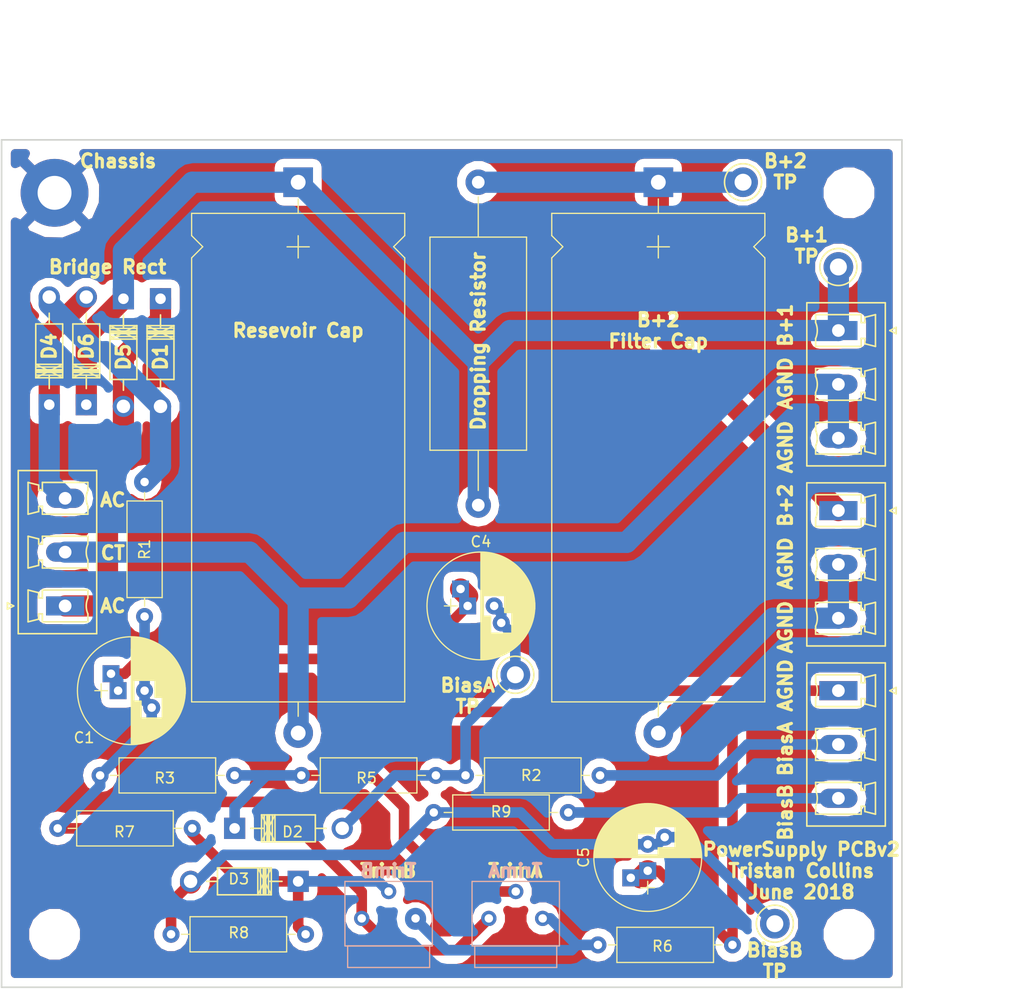
<source format=kicad_pcb>
(kicad_pcb (version 4) (host pcbnew 4.0.7)
  (layers (0 F.Cu signal) (31 B.Cu signal) (34 B.Paste user) (35 F.Paste user) (36 B.SilkS user) (37 F.SilkS user) (38 B.Mask user) (39 F.Mask user) (44 Edge.Cuts user))
  (net 0 "")
  (net 1 "Net-(C1-Pad2)")
  (net 2 BiasA)
  (net 3 BiasB)
  (net 4 "Net-(D1-Pad2)")
  (net 5 "Net-(D2-Pad1)")
  (net 6 "Net-(D3-Pad1)")
  (net 7 "Net-(R6-Pad2)")
  (net 8 "Net-(D1-Pad1)")
  (net 9 /B+1)
  (net 10 /B+2)
  (net 11 "Net-(C3-Pad2)")
  (net 12 "Net-(C1-Pad1)")
  (net 13 "Net-(C2-Pad2)")
  (net 14 GND)
  (net 15 "Net-(D4-Pad1)")
  (net 16 "Net-(C4-Pad2)")
  (net 17 "Net-(C5-Pad2)")
  (module Connectors_Phoenix:PhoenixContact_MCV-G_03x5.08mm_Vertical (layer F.Cu) (at 129 70 270)
    (fp_text reference J5 hide)
    (fp_text value Screw_Terminal_1x03)
    (pad 1 thru_hole rect (at 0 0 270) (size 1.8 3.6) (drill 1.2) (layers *.Cu *.Mask) (net 10 /B+2))
    (pad 2 thru_hole oval (at 5.08 0 270) (size 1.8 3.6) (drill 1.2) (layers *.Cu *.Mask) (net 11 "Net-(C3-Pad2)"))
    (pad 3 thru_hole oval (at 10.16 0 270) (size 1.8 3.6) (drill 1.2) (layers *.Cu *.Mask) (net 11 "Net-(C3-Pad2)"))
  )
  (module Capacitors_THT:CP_Radial_D10.0mm_P2.50mm_P5.00mm (layer F.Cu) (at 61 87)
    (fp_text reference C1 (at -3.215 4.44) (layer F.SilkS))
    (fp_text value CP)
    (pad 1 thru_hole rect (at 0 0) (size 1.6 1.6) (drill 0.8) (layers *.Cu *.Mask) (net 12 "Net-(C1-Pad1)"))
    (pad 2 thru_hole circle (at 2.5 0) (size 1.6 1.6) (drill 0.8) (layers *.Cu *.Mask) (net 1 "Net-(C1-Pad2)"))
    (pad 1 thru_hole rect (at -0.670937 -1.6) (size 1.6 1.6) (drill 0.8) (layers *.Cu *.Mask) (net 12 "Net-(C1-Pad1)"))
    (pad 2 thru_hole circle (at 3.170937 1.6) (size 1.6 1.6) (drill 0.8) (layers *.Cu *.Mask) (net 1 "Net-(C1-Pad2)"))
  )
  (module Resistors_THT:R_Axial_DIN0309_L9.0mm_D3.2mm_P12.70mm_Horizontal (layer F.Cu) (at 72 95 180)
    (fp_text reference R3 (at 6.595 -0.25 180) (layer F.SilkS))
    (fp_text value R)
    (pad 1 thru_hole circle (at 0 0 180) (size 1.6 1.6) (drill 0.8) (layers *.Cu *.Mask) (net 5 "Net-(D2-Pad1)"))
    (pad 2 thru_hole oval (at 12.7 0 180) (size 1.6 1.6) (drill 0.8) (layers *.Cu *.Mask) (net 1 "Net-(C1-Pad2)"))
  )
  (module Capacitors_THT:CP_Radial_D10.0mm_P2.50mm_P5.00mm (layer F.Cu) (at 94 79)
    (fp_text reference C4 (at 1.25 -6.06) (layer F.SilkS))
    (fp_text value CP)
    (pad 1 thru_hole rect (at 0 0) (size 1.6 1.6) (drill 0.8) (layers *.Cu *.Mask) (net 12 "Net-(C1-Pad1)"))
    (pad 2 thru_hole circle (at 2.5 0) (size 1.6 1.6) (drill 0.8) (layers *.Cu *.Mask) (net 16 "Net-(C4-Pad2)"))
    (pad 1 thru_hole rect (at -0.670937 -1.6) (size 1.6 1.6) (drill 0.8) (layers *.Cu *.Mask) (net 12 "Net-(C1-Pad1)"))
    (pad 2 thru_hole circle (at 3.170937 1.6) (size 1.6 1.6) (drill 0.8) (layers *.Cu *.Mask) (net 16 "Net-(C4-Pad2)"))
  )
  (module Capacitors_THT:CP_Radial_D10.0mm_P2.50mm_P5.00mm (layer F.Cu) (at 111 104 90)
    (fp_text reference C5 (at 1.25 -6.06 90) (layer F.SilkS))
    (fp_text value CP)
    (pad 1 thru_hole rect (at 0 0 90) (size 1.6 1.6) (drill 0.8) (layers *.Cu *.Mask) (net 12 "Net-(C1-Pad1)"))
    (pad 2 thru_hole circle (at 2.5 0 90) (size 1.6 1.6) (drill 0.8) (layers *.Cu *.Mask) (net 17 "Net-(C5-Pad2)"))
    (pad 1 thru_hole rect (at -0.670937 -1.6 90) (size 1.6 1.6) (drill 0.8) (layers *.Cu *.Mask) (net 12 "Net-(C1-Pad1)"))
    (pad 2 thru_hole circle (at 3.170937 1.6 90) (size 1.6 1.6) (drill 0.8) (layers *.Cu *.Mask) (net 17 "Net-(C5-Pad2)"))
  )
  (module Diodes_THT:Diode_DO-41_SOD81_Horizontal_RM10 (layer F.Cu) (at 72 100)
    (fp_text reference D2 (at 5.47 0.33) (layer F.SilkS))
    (fp_text value D)
    (pad 2 thru_hole circle (at 10.16 -0.00254 180) (size 1.99898 1.99898) (drill 1.27) (layers *.Cu *.Mask) (net 16 "Net-(C4-Pad2)"))
    (pad 1 thru_hole rect (at 0 -0.00254 180) (size 1.99898 1.99898) (drill 1.00076) (layers *.Cu *.Mask) (net 5 "Net-(D2-Pad1)"))
  )
  (module Diodes_THT:Diode_DO-41_SOD81_Horizontal_RM10 (layer F.Cu) (at 78 105 180)
    (fp_text reference D3 (at 5.61 0.225 180) (layer F.SilkS))
    (fp_text value D)
    (pad 2 thru_hole circle (at 10.16 -0.00254) (size 1.99898 1.99898) (drill 1.27) (layers *.Cu *.Mask) (net 17 "Net-(C5-Pad2)"))
    (pad 1 thru_hole rect (at 0 -0.00254) (size 1.99898 1.99898) (drill 1.00076) (layers *.Cu *.Mask) (net 6 "Net-(D3-Pad1)"))
  )
  (module Connectors_Phoenix:PhoenixContact_MCV-G_03x5.08mm_Vertical (layer F.Cu) (at 56 79 90)
    (fp_text reference J1 hide)
    (fp_text value Screw_Terminal_1x03)
    (pad 1 thru_hole rect (at 0 0 90) (size 1.8 3.6) (drill 1.2) (layers *.Cu *.Mask) (net 8 "Net-(D1-Pad1)"))
    (pad 2 thru_hole oval (at 5.08 0 90) (size 1.8 3.6) (drill 1.2) (layers *.Cu *.Mask) (net 13 "Net-(C2-Pad2)"))
    (pad 3 thru_hole oval (at 10.16 0 90) (size 1.8 3.6) (drill 1.2) (layers *.Cu *.Mask) (net 15 "Net-(D4-Pad1)"))
  )
  (module Potentiometers:Potentiometer_Trimmer_Bourns_3339S_Vertical (layer B.Cu) (at 96 108.5 270)
    (fp_text reference RV1 hide)
    (fp_text value POT_TRIM)
    (pad 3 thru_hole circle (at 0 -5.08 270) (size 1.44 1.44) (drill 0.8) (layers *.Cu *.Mask) (net 7 "Net-(R6-Pad2)"))
    (pad 2 thru_hole circle (at -2.54 -2.54 270) (size 1.44 1.44) (drill 0.8) (layers *.Cu *.Mask) (net 5 "Net-(D2-Pad1)"))
    (pad 1 thru_hole circle (at 0 0 270) (size 1.44 1.44) (drill 0.8) (layers *.Cu *.Mask) (net 1 "Net-(C1-Pad2)"))
  )
  (module Potentiometers:Potentiometer_Trimmer_Bourns_3339S_Vertical (layer B.Cu) (at 84 108.5 270)
    (fp_text reference RV2 hide)
    (fp_text value POT_TRIM)
    (pad 3 thru_hole circle (at 0 -5.08 270) (size 1.44 1.44) (drill 0.8) (layers *.Cu *.Mask) (net 7 "Net-(R6-Pad2)"))
    (pad 2 thru_hole circle (at -2.54 -2.54 270) (size 1.44 1.44) (drill 0.8) (layers *.Cu *.Mask) (net 6 "Net-(D3-Pad1)"))
    (pad 1 thru_hole circle (at 0 0 270) (size 1.44 1.44) (drill 0.8) (layers *.Cu *.Mask) (net 1 "Net-(C1-Pad2)"))
  )
  (module Mounting_Holes:MountingHole_3.2mm_M3_Pad (layer F.Cu) (at 55 40)
    (fp_text reference J4 hide)
    (fp_text value Screw_Terminal_1x01)
    (pad 1 thru_hole circle (at 0 0) (size 6.4 6.4) (drill 3.2) (layers *.Cu *.Mask) (net 14 GND))
  )
  (module Connectors_Phoenix:PhoenixContact_MCV-G_03x5.08mm_Vertical (layer F.Cu) (at 129 53 270)
    (fp_text reference J2 hide)
    (fp_text value Screw_Terminal_1x03)
    (pad 1 thru_hole rect (at 0 0 270) (size 1.8 3.6) (drill 1.2) (layers *.Cu *.Mask) (net 9 /B+1))
    (pad 2 thru_hole oval (at 5.08 0 270) (size 1.8 3.6) (drill 1.2) (layers *.Cu *.Mask) (net 13 "Net-(C2-Pad2)"))
    (pad 3 thru_hole oval (at 10.16 0 270) (size 1.8 3.6) (drill 1.2) (layers *.Cu *.Mask) (net 13 "Net-(C2-Pad2)"))
  )
  (module Connectors_Phoenix:PhoenixContact_MCV-G_03x5.08mm_Vertical (layer F.Cu) (at 129 87 270)
    (fp_text reference J3 hide)
    (fp_text value Screw_Terminal_1x03)
    (pad 1 thru_hole rect (at 0 0 270) (size 1.8 3.6) (drill 1.2) (layers *.Cu *.Mask) (net 12 "Net-(C1-Pad1)"))
    (pad 2 thru_hole oval (at 5.08 0 270) (size 1.8 3.6) (drill 1.2) (layers *.Cu *.Mask) (net 2 BiasA))
    (pad 3 thru_hole oval (at 10.16 0 270) (size 1.8 3.6) (drill 1.2) (layers *.Cu *.Mask) (net 3 BiasB))
  )
  (module Capacitors_THT:CP_Axial_L46.0mm_D20.0mm_P52.00mm_Horizontal (layer F.Cu) (at 78 39 270)
    (fp_text reference C2 hide)
    (fp_text value CP)
    (pad 1 thru_hole rect (at 0 0 270) (size 2.8 2.8) (drill 1.4) (layers *.Cu *.Mask) (net 9 /B+1))
    (pad 2 thru_hole oval (at 52 0 270) (size 2.8 2.8) (drill 1.4) (layers *.Cu *.Mask) (net 13 "Net-(C2-Pad2)"))
  )
  (module Capacitors_THT:CP_Axial_L46.0mm_D20.0mm_P52.00mm_Horizontal (layer F.Cu) (at 112 39 270)
    (fp_text reference C3 hide)
    (fp_text value CP)
    (pad 1 thru_hole rect (at 0 0 270) (size 2.8 2.8) (drill 1.4) (layers *.Cu *.Mask) (net 10 /B+2))
    (pad 2 thru_hole oval (at 52 0 270) (size 2.8 2.8) (drill 1.4) (layers *.Cu *.Mask) (net 11 "Net-(C3-Pad2)"))
  )
  (module Resistors_THT:R_Axial_DIN0309_L9.0mm_D3.2mm_P12.70mm_Horizontal (layer F.Cu) (at 63.5 80 90)
    (fp_text reference R1 (at 6.34 0 90) (layer F.SilkS))
    (fp_text value R)
    (pad 1 thru_hole circle (at 0 0 90) (size 1.6 1.6) (drill 0.8) (layers *.Cu *.Mask) (net 1 "Net-(C1-Pad2)"))
    (pad 2 thru_hole oval (at 12.7 0 90) (size 1.6 1.6) (drill 0.8) (layers *.Cu *.Mask) (net 4 "Net-(D1-Pad2)"))
  )
  (module Resistors_THT:R_Axial_DIN0309_L9.0mm_D3.2mm_P12.70mm_Horizontal (layer F.Cu) (at 91 95 180)
    (fp_text reference R5 (at 6.545 -0.25 180) (layer F.SilkS))
    (fp_text value R)
    (pad 1 thru_hole circle (at 0 0 180) (size 1.6 1.6) (drill 0.8) (layers *.Cu *.Mask) (net 16 "Net-(C4-Pad2)"))
    (pad 2 thru_hole oval (at 12.7 0 180) (size 1.6 1.6) (drill 0.8) (layers *.Cu *.Mask) (net 5 "Net-(D2-Pad1)"))
  )
  (module Resistors_THT:R_Axial_DIN0309_L9.0mm_D3.2mm_P12.70mm_Horizontal (layer F.Cu) (at 119 111 180)
    (fp_text reference R6 (at 6.605 -0.125 180) (layer F.SilkS))
    (fp_text value R)
    (pad 1 thru_hole circle (at 0 0 180) (size 1.6 1.6) (drill 0.8) (layers *.Cu *.Mask) (net 12 "Net-(C1-Pad1)"))
    (pad 2 thru_hole oval (at 12.7 0 180) (size 1.6 1.6) (drill 0.8) (layers *.Cu *.Mask) (net 7 "Net-(R6-Pad2)"))
  )
  (module Resistors_THT:R_Axial_DIN0309_L9.0mm_D3.2mm_P12.70mm_Horizontal (layer F.Cu) (at 68 100 180)
    (fp_text reference R7 (at 6.405 -0.33 180) (layer F.SilkS))
    (fp_text value R)
    (pad 1 thru_hole circle (at 0 0 180) (size 1.6 1.6) (drill 0.8) (layers *.Cu *.Mask) (net 6 "Net-(D3-Pad1)"))
    (pad 2 thru_hole oval (at 12.7 0 180) (size 1.6 1.6) (drill 0.8) (layers *.Cu *.Mask) (net 1 "Net-(C1-Pad2)"))
  )
  (module Resistors_THT:R_Axial_DIN0309_L9.0mm_D3.2mm_P12.70mm_Horizontal (layer F.Cu) (at 66 110)
    (fp_text reference R8 (at 6.39 -0.145) (layer F.SilkS))
    (fp_text value R)
    (pad 1 thru_hole circle (at 0 0) (size 1.6 1.6) (drill 0.8) (layers *.Cu *.Mask) (net 17 "Net-(C5-Pad2)"))
    (pad 2 thru_hole oval (at 12.7 0) (size 1.6 1.6) (drill 0.8) (layers *.Cu *.Mask) (net 6 "Net-(D3-Pad1)"))
  )
  (module Mounting_Holes:MountingHole_3.2mm_M3 (layer F.Cu) (at 130 40)
    (fp_text reference REF** hide)
    (fp_text value MountingHole_3.2mm_M3)
    (pad 1 np_thru_hole circle (at 0 0) (size 3.2 3.2) (drill 3.2) (layers *.Cu *.Mask))
  )
  (module Mounting_Holes:MountingHole_3.2mm_M3 (layer F.Cu) (at 130 110)
    (fp_text reference REF** hide)
    (fp_text value MountingHole_3.2mm_M3)
    (pad 1 np_thru_hole circle (at 0 0) (size 3.2 3.2) (drill 3.2) (layers *.Cu *.Mask))
  )
  (module Mounting_Holes:MountingHole_3.2mm_M3 (layer F.Cu) (at 55 110)
    (fp_text reference REF** hide)
    (fp_text value MountingHole_3.2mm_M3)
    (pad 1 np_thru_hole circle (at 0 0) (size 3.2 3.2) (drill 3.2) (layers *.Cu *.Mask))
  )
  (module Diodes_THT:Diode_DO-41_SOD81_Horizontal_RM10 (layer F.Cu) (at 65 50 270)
    (fp_text reference D1 hide)
    (fp_text value D)
    (pad 2 thru_hole circle (at 10.16 -0.00254 90) (size 1.99898 1.99898) (drill 1.27) (layers *.Cu *.Mask) (net 4 "Net-(D1-Pad2)"))
    (pad 1 thru_hole rect (at 0 -0.00254 90) (size 1.99898 1.99898) (drill 1.00076) (layers *.Cu *.Mask) (net 8 "Net-(D1-Pad1)"))
  )
  (module Diodes_THT:Diode_DO-41_SOD81_Horizontal_RM10 (layer F.Cu) (at 54.5 60 90)
    (fp_text reference D4 hide)
    (fp_text value D)
    (pad 2 thru_hole circle (at 10.16 -0.00254 270) (size 1.99898 1.99898) (drill 1.27) (layers *.Cu *.Mask) (net 4 "Net-(D1-Pad2)"))
    (pad 1 thru_hole rect (at 0 -0.00254 270) (size 1.99898 1.99898) (drill 1.00076) (layers *.Cu *.Mask) (net 15 "Net-(D4-Pad1)"))
  )
  (module Diodes_THT:Diode_DO-41_SOD81_Horizontal_RM10 (layer F.Cu) (at 61.5 50 270)
    (fp_text reference D5 hide)
    (fp_text value D)
    (pad 2 thru_hole circle (at 10.16 -0.00254 90) (size 1.99898 1.99898) (drill 1.27) (layers *.Cu *.Mask) (net 8 "Net-(D1-Pad1)"))
    (pad 1 thru_hole rect (at 0 -0.00254 90) (size 1.99898 1.99898) (drill 1.00076) (layers *.Cu *.Mask) (net 9 /B+1))
  )
  (module Diodes_THT:Diode_DO-41_SOD81_Horizontal_RM10 (layer F.Cu) (at 58 60 90)
    (fp_text reference D6 hide)
    (fp_text value D)
    (pad 2 thru_hole circle (at 10.16 -0.00254 270) (size 1.99898 1.99898) (drill 1.27) (layers *.Cu *.Mask) (net 15 "Net-(D4-Pad1)"))
    (pad 1 thru_hole rect (at 0 -0.00254 270) (size 1.99898 1.99898) (drill 1.00076) (layers *.Cu *.Mask) (net 9 /B+1))
  )
  (module Measurement_Points:Test_Point_Keystone_5005-5009_Compact (layer F.Cu) (at 129 47)
    (fp_text reference TP1 hide)
    (fp_text value TP)
    (pad 1 thru_hole circle (at 0 0) (size 2.8 2.8) (drill 1.6) (layers *.Cu *.Mask) (net 9 /B+1))
  )
  (module Measurement_Points:Test_Point_Keystone_5005-5009_Compact (layer F.Cu) (at 120 39)
    (fp_text reference TP2 hide)
    (fp_text value TP)
    (pad 1 thru_hole circle (at 0 0) (size 2.8 2.8) (drill 1.6) (layers *.Cu *.Mask) (net 10 /B+2))
  )
  (module Measurement_Points:Test_Point_Keystone_5005-5009_Compact (layer F.Cu) (at 98.5 85.5)
    (fp_text reference TP3 hide)
    (fp_text value TP)
    (pad 1 thru_hole circle (at 0 0) (size 2.8 2.8) (drill 1.6) (layers *.Cu *.Mask) (net 16 "Net-(C4-Pad2)"))
  )
  (module Measurement_Points:Test_Point_Keystone_5005-5009_Compact (layer F.Cu) (at 123 109)
    (fp_text reference TP4 hide)
    (fp_text value TP)
    (pad 1 thru_hole circle (at 0 0) (size 2.8 2.8) (drill 1.6) (layers *.Cu *.Mask) (net 17 "Net-(C5-Pad2)"))
  )
  (module Resistors_THT:R_Axial_DIN0922_L20.0mm_D9.0mm_P30.48mm_Horizontal (layer F.Cu) (at 95 39 270)
    (fp_text reference R4 hide)
    (fp_text value R)
    (pad 1 thru_hole circle (at 0 0 270) (size 2.4 2.4) (drill 1.2) (layers *.Cu *.Mask) (net 10 /B+2))
    (pad 2 thru_hole oval (at 30.48 0 270) (size 2.4 2.4) (drill 1.2) (layers *.Cu *.Mask) (net 9 /B+1))
  )
  (module Resistors_THT:R_Axial_DIN0309_L9.0mm_D3.2mm_P12.70mm_Horizontal (layer F.Cu) (at 106.5 95 180)
    (fp_text reference R2 (at 6.5 0 180) (layer F.SilkS))
    (fp_text value R)
    (pad 1 thru_hole circle (at 0 0 180) (size 1.6 1.6) (drill 0.8) (layers *.Cu *.Mask) (net 2 BiasA))
    (pad 2 thru_hole oval (at 12.7 0 180) (size 1.6 1.6) (drill 0.8) (layers *.Cu *.Mask) (net 16 "Net-(C4-Pad2)"))
  )
  (module Resistors_THT:R_Axial_DIN0309_L9.0mm_D3.2mm_P12.70mm_Horizontal (layer F.Cu) (at 103.5 98.5 180)
    (fp_text reference R9 (at 6.345 0.075 180) (layer F.SilkS))
    (fp_text value R)
    (pad 1 thru_hole circle (at 0 0 180) (size 1.6 1.6) (drill 0.8) (layers *.Cu *.Mask) (net 3 BiasB))
    (pad 2 thru_hole oval (at 12.7 0 180) (size 1.6 1.6) (drill 0.8) (layers *.Cu *.Mask) (net 17 "Net-(C5-Pad2)"))
  )
  (gr_text D6 (at 58 54.5 90) (layer F.SilkS) (effects (font (size 1.25 1.25) (thickness 0.3))))
  (gr_text D5 (at 61.5 55.5 90) (layer F.SilkS) (effects (font (size 1.25 1.25) (thickness 0.3))))
  (gr_text D1 (at 65 55.5 90) (layer F.SilkS) (effects (font (size 1.25 1.25) (thickness 0.3))))
  (gr_text D4 (at 54.5 54.5 90) (layer F.SilkS) (effects (font (size 1.25 1.25) (thickness 0.3))))
  (gr_text "PowerSupply PCBv2\nTristan Collins\nJune 2018" (at 125.5 104) (layer F.SilkS) (effects (font (size 1.25 1.25) (thickness 0.3))))
  (gr_text "BiasB\nTP" (at 123 112.5) (layer F.SilkS) (effects (font (size 1.25 1.25) (thickness 0.3))))
  (gr_text "BiasA\nTP" (at 94 87.5) (layer F.SilkS) (effects (font (size 1.25 1.25) (thickness 0.3))))
  (gr_text "B+2\nTP" (at 124 38) (layer F.SilkS) (effects (font (size 1.25 1.25) (thickness 0.3))))
  (gr_text "B+1\nTP" (at 126 45) (layer F.SilkS) (effects (font (size 1.25 1.25) (thickness 0.3))))
  (gr_line (start 50 115) (end 135 115) (angle 90) (layer Edge.Cuts) (width 0.15))
  (gr_line (start 50 35) (end 135 35) (angle 90) (layer Edge.Cuts) (width 0.15))
  (gr_line (start 50 115) (end 50 35) (angle 90) (layer Edge.Cuts) (width 0.15))
  (gr_text TrimA (at 98.5 104) (layer B.SilkS) (effects (font (size 1.25 1.25) (thickness 0.3)) (justify mirror)))
  (gr_text TrimB (at 86.5 104) (layer B.SilkS) (effects (font (size 1.25 1.25) (thickness 0.3)) (justify mirror)))
  (gr_text TrimA (at 98.5 104) (layer F.SilkS) (effects (font (size 1.25 1.25) (thickness 0.3))))
  (gr_text TrimB (at 86.5 104) (layer F.SilkS) (effects (font (size 1.25 1.25) (thickness 0.3))))
  (gr_text "Bridge Rect" (at 60 47) (layer F.SilkS) (effects (font (size 1.25 1.25) (thickness 0.3))))
  (gr_text BiasA (at 124 92.5 90) (layer F.SilkS) (effects (font (size 1.25 1.25) (thickness 0.3))))
  (gr_text BiasB (at 124 98.5 90) (layer F.SilkS) (effects (font (size 1.25 1.25) (thickness 0.3))))
  (gr_text AGND (at 124 86.5 90) (layer F.SilkS) (effects (font (size 1.25 1.25) (thickness 0.3))))
  (gr_text AGND (at 124 81 90) (layer F.SilkS) (effects (font (size 1.25 1.25) (thickness 0.3))))
  (gr_text AGND (at 124 75 90) (layer F.SilkS) (effects (font (size 1.25 1.25) (thickness 0.3))))
  (gr_text AGND (at 124 64 90) (layer F.SilkS) (effects (font (size 1.25 1.25) (thickness 0.3))))
  (gr_text AGND (at 124 58 90) (layer F.SilkS) (effects (font (size 1.25 1.25) (thickness 0.3))))
  (gr_text B+2 (at 124 69.5 90) (layer F.SilkS) (effects (font (size 1.25 1.25) (thickness 0.3))))
  (gr_text B+1 (at 124 52.5 90) (layer F.SilkS) (effects (font (size 1.25 1.25) (thickness 0.3))))
  (gr_text "Dropping Resistor" (at 95 54 90) (layer F.SilkS) (effects (font (size 1.25 1.25) (thickness 0.3))))
  (gr_text "B+2\nFilter Cap" (at 112 53) (layer F.SilkS) (effects (font (size 1.25 1.25) (thickness 0.3))))
  (gr_text "Resevoir Cap" (at 78 53) (layer F.SilkS) (effects (font (size 1.25 1.25) (thickness 0.3))))
  (gr_text AC (at 60.5 79) (layer F.SilkS) (effects (font (size 1.25 1.25) (thickness 0.3))))
  (gr_text AC (at 60.5 69) (layer F.SilkS) (effects (font (size 1.25 1.25) (thickness 0.3))))
  (gr_text CT (at 60.5 74) (layer F.SilkS) (effects (font (size 1.25 1.25) (thickness 0.3))))
  (gr_text Chassis (at 61 37) (layer F.SilkS) (effects (font (size 1.25 1.25) (thickness 0.3))))
  (gr_line (start 135 35) (end 135 115) (angle 90) (layer Edge.Cuts) (width 0.15))
  (segment (start 55.3 100) (end 60.5 100) (width 1) (layer F.Cu) (net 1))
  (segment (start 84 106) (end 84 108.5) (width 1) (layer F.Cu) (net 1))
  (segment (start 75.5 97.5) (end 84 106) (width 1) (layer F.Cu) (net 1))
  (segment (start 63 97.5) (end 75.5 97.5) (width 1) (layer F.Cu) (net 1))
  (segment (start 60.5 100) (end 63 97.5) (width 1) (layer F.Cu) (net 1))
  (segment (start 59.3 95) (end 59.3 96) (width 1) (layer B.Cu) (net 1))
  (segment (start 59.3 96) (end 55.3 100) (width 1) (layer B.Cu) (net 1))
  (segment (start 64.170937 88.6) (end 64.170937 90.129063) (width 1) (layer B.Cu) (net 1))
  (segment (start 64.170937 90.129063) (end 59.3 95) (width 1) (layer B.Cu) (net 1))
  (segment (start 84 108.5) (end 87 111.5) (width 1) (layer F.Cu) (net 1))
  (segment (start 87 111.5) (end 93 111.5) (width 1) (layer F.Cu) (net 1))
  (segment (start 93 111.5) (end 96 108.5) (width 1) (layer F.Cu) (net 1))
  (segment (start 63.5 87) (end 63.5 87.929063) (width 1) (layer B.Cu) (net 1))
  (segment (start 63.5 87.929063) (end 64.170937 88.6) (width 1) (layer B.Cu) (net 1))
  (segment (start 63.5 80) (end 63.5 87) (width 1) (layer B.Cu) (net 1))
  (segment (start 106.5 95) (end 117.5 95) (width 1) (layer B.Cu) (net 2))
  (segment (start 120.42 92.08) (end 129 92.08) (width 1) (layer B.Cu) (net 2))
  (segment (start 117.5 95) (end 120.42 92.08) (width 1) (layer B.Cu) (net 2))
  (segment (start 103.5 98.5) (end 118.5 98.5) (width 1) (layer B.Cu) (net 3))
  (segment (start 118.5 98.5) (end 119.84 97.16) (width 1) (layer B.Cu) (net 3))
  (segment (start 119.84 97.16) (end 129 97.16) (width 1) (layer B.Cu) (net 3))
  (segment (start 54.49746 49.84) (end 54.49746 50.49746) (width 2) (layer B.Cu) (net 4))
  (segment (start 54.49746 50.49746) (end 59 55) (width 2) (layer B.Cu) (net 4))
  (segment (start 59 55) (end 59.84254 55) (width 2) (layer B.Cu) (net 4))
  (segment (start 59.84254 55) (end 65.00254 60.16) (width 2) (layer B.Cu) (net 4))
  (segment (start 65.00254 60.16) (end 65.00254 65.79746) (width 2) (layer B.Cu) (net 4))
  (segment (start 65.00254 65.79746) (end 63.5 67.3) (width 2) (layer B.Cu) (net 4))
  (segment (start 78.3 95) (end 85 95) (width 1) (layer F.Cu) (net 5))
  (segment (start 92.96 105.96) (end 98.54 105.96) (width 1) (layer F.Cu) (net 5))
  (segment (start 88 101) (end 92.96 105.96) (width 1) (layer F.Cu) (net 5))
  (segment (start 88 98) (end 88 101) (width 1) (layer F.Cu) (net 5))
  (segment (start 85 95) (end 88 98) (width 1) (layer F.Cu) (net 5))
  (segment (start 72 95) (end 75 95) (width 1) (layer B.Cu) (net 5))
  (segment (start 75 95) (end 78.3 95) (width 1) (layer B.Cu) (net 5))
  (segment (start 72 99.99746) (end 72 98) (width 1) (layer B.Cu) (net 5))
  (segment (start 72 98) (end 75 95) (width 1) (layer B.Cu) (net 5))
  (segment (start 78 105.00254) (end 85.58254 105.00254) (width 1) (layer B.Cu) (net 6))
  (segment (start 85.58254 105.00254) (end 86.54 105.96) (width 1) (layer B.Cu) (net 6))
  (segment (start 78 105.00254) (end 78 109.3) (width 1) (layer F.Cu) (net 6))
  (segment (start 78 109.3) (end 78.7 110) (width 1) (layer F.Cu) (net 6))
  (segment (start 68 100) (end 68 100.5) (width 1) (layer F.Cu) (net 6))
  (segment (start 68 100.5) (end 72.50254 105.00254) (width 1) (layer F.Cu) (net 6))
  (segment (start 72.50254 105.00254) (end 78 105.00254) (width 1) (layer F.Cu) (net 6))
  (segment (start 101.08 108.5) (end 101.8 108.5) (width 1) (layer B.Cu) (net 7))
  (segment (start 101.8 108.5) (end 104.3 111) (width 1) (layer B.Cu) (net 7))
  (segment (start 106.3 111) (end 104.3 111) (width 1) (layer B.Cu) (net 7))
  (segment (start 92 111.5) (end 103.8 111.5) (width 1) (layer B.Cu) (net 7))
  (segment (start 92 111.5) (end 89.08 108.58) (width 1) (layer B.Cu) (net 7))
  (segment (start 104.3 111) (end 103.8 111.5) (width 1) (layer B.Cu) (net 7))
  (segment (start 89.08 108.5) (end 89.08 108.58) (width 2) (layer B.Cu) (net 7))
  (segment (start 61.50254 60.16) (end 61.50254 55.49746) (width 2) (layer F.Cu) (net 8))
  (segment (start 65.00254 51.99746) (end 65.00254 50) (width 2) (layer F.Cu) (net 8))
  (segment (start 61.50254 55.49746) (end 65.00254 51.99746) (width 2) (layer F.Cu) (net 8))
  (segment (start 56 79) (end 59 79) (width 2) (layer F.Cu) (net 8))
  (segment (start 61.50254 62.49746) (end 61.50254 60.16) (width 2) (layer F.Cu) (net 8))
  (segment (start 60 64) (end 61.50254 62.49746) (width 2) (layer F.Cu) (net 8))
  (segment (start 60 78) (end 60 64) (width 2) (layer F.Cu) (net 8))
  (segment (start 59 79) (end 60 78) (width 2) (layer F.Cu) (net 8))
  (segment (start 95 69.48) (end 95 56) (width 2) (layer B.Cu) (net 9))
  (segment (start 129 53) (end 129 47) (width 2) (layer B.Cu) (net 9))
  (segment (start 61.50254 50) (end 61.50254 45.49746) (width 2) (layer B.Cu) (net 9))
  (segment (start 68 39) (end 78 39) (width 2) (layer B.Cu) (net 9))
  (segment (start 61.50254 45.49746) (end 68 39) (width 2) (layer B.Cu) (net 9))
  (segment (start 57.99746 60) (end 57.99746 53.50508) (width 2) (layer F.Cu) (net 9))
  (segment (start 57.99746 53.50508) (end 61.50254 50) (width 2) (layer F.Cu) (net 9))
  (segment (start 77.99746 39.00254) (end 78 39) (width 2) (layer B.Cu) (net 9))
  (segment (start 129 53) (end 98 53) (width 2) (layer B.Cu) (net 9))
  (segment (start 98 53) (end 95 56) (width 2) (layer B.Cu) (net 9))
  (segment (start 95 56) (end 78 39) (width 2) (layer B.Cu) (net 9))
  (segment (start 112 39) (end 120 39) (width 2) (layer B.Cu) (net 10))
  (segment (start 112 39) (end 112 53) (width 2) (layer F.Cu) (net 10))
  (segment (start 112 53) (end 129 70) (width 2) (layer F.Cu) (net 10))
  (segment (start 95 39) (end 112 39) (width 2) (layer B.Cu) (net 10))
  (segment (start 129 80.16) (end 122.84 80.16) (width 2) (layer B.Cu) (net 11))
  (segment (start 122.84 80.16) (end 112 91) (width 2) (layer B.Cu) (net 11))
  (segment (start 129 80.16) (end 129 75.08) (width 2) (layer B.Cu) (net 11))
  (segment (start 129 87) (end 119 87) (width 1) (layer F.Cu) (net 12))
  (segment (start 94 79) (end 94 78.070937) (width 1) (layer F.Cu) (net 12))
  (segment (start 94 78.070937) (end 93.329063 77.4) (width 2) (layer F.Cu) (net 12))
  (segment (start 91.5 89) (end 91.5 81.5) (width 1) (layer F.Cu) (net 12))
  (segment (start 91.5 81.5) (end 94 79) (width 1) (layer F.Cu) (net 12))
  (segment (start 109.4 104.670937) (end 110.329063 104.670937) (width 1) (layer F.Cu) (net 12))
  (segment (start 110.329063 104.670937) (end 111 104) (width 2) (layer F.Cu) (net 12))
  (segment (start 111 104) (end 112 104) (width 1) (layer F.Cu) (net 12))
  (segment (start 112 104) (end 119 111) (width 1) (layer F.Cu) (net 12))
  (segment (start 119 111) (end 119 87) (width 1) (layer F.Cu) (net 12))
  (segment (start 60.329063 85.4) (end 61.6 85.4) (width 1) (layer F.Cu) (net 12))
  (segment (start 107 87) (end 105 89) (width 1) (layer F.Cu) (net 12))
  (segment (start 61.6 85.4) (end 63 84) (width 1) (layer F.Cu) (net 12))
  (segment (start 63 84) (end 80 84) (width 1) (layer F.Cu) (net 12))
  (segment (start 80 84) (end 85 89) (width 1) (layer F.Cu) (net 12))
  (segment (start 85 89) (end 91.5 89) (width 1) (layer F.Cu) (net 12))
  (segment (start 91.5 89) (end 105 89) (width 1) (layer F.Cu) (net 12))
  (segment (start 61 87) (end 61 86.070937) (width 1) (layer B.Cu) (net 12))
  (segment (start 61 86.070937) (end 60.329063 85.4) (width 1) (layer B.Cu) (net 12))
  (segment (start 119 87) (end 107 87) (width 1) (layer F.Cu) (net 12))
  (segment (start 77.75 78.25) (end 82.75 78.25) (width 2) (layer B.Cu) (net 13))
  (segment (start 123.92 58.08) (end 129 58.08) (width 2) (layer B.Cu) (net 13))
  (segment (start 109 73) (end 123.92 58.08) (width 2) (layer B.Cu) (net 13))
  (segment (start 88 73) (end 109 73) (width 2) (layer B.Cu) (net 13))
  (segment (start 82.75 78.25) (end 88 73) (width 2) (layer B.Cu) (net 13))
  (segment (start 56 73.92) (end 73.42 73.92) (width 2) (layer B.Cu) (net 13))
  (segment (start 73.42 73.92) (end 77.75 78.25) (width 2) (layer B.Cu) (net 13))
  (segment (start 77.75 78.25) (end 78 78.5) (width 2) (layer B.Cu) (net 13))
  (segment (start 129 63.16) (end 129 58.08) (width 2) (layer B.Cu) (net 13))
  (segment (start 78 78.5) (end 78 91) (width 2) (layer B.Cu) (net 13))
  (segment (start 54.49746 60) (end 54.49746 53.34) (width 2) (layer F.Cu) (net 15))
  (segment (start 54.49746 53.34) (end 57.99746 49.84) (width 2) (layer F.Cu) (net 15))
  (segment (start 54.49746 60) (end 54.49746 67.33746) (width 2) (layer B.Cu) (net 15))
  (segment (start 54.49746 67.33746) (end 56 68.84) (width 2) (layer B.Cu) (net 15))
  (segment (start 97.170937 80.6) (end 97.170937 79.670937) (width 1) (layer B.Cu) (net 16))
  (segment (start 97.170937 79.670937) (end 96.5 79) (width 1) (layer B.Cu) (net 16))
  (segment (start 98.5 85.5) (end 98.5 81.929063) (width 1) (layer B.Cu) (net 16))
  (segment (start 98.5 81.929063) (end 97.170937 80.6) (width 1) (layer B.Cu) (net 16))
  (segment (start 93.8 95) (end 93.8 90.2) (width 1) (layer B.Cu) (net 16))
  (segment (start 93.8 90.2) (end 98.5 85.5) (width 1) (layer B.Cu) (net 16))
  (segment (start 91 95) (end 93.8 95) (width 1) (layer B.Cu) (net 16))
  (segment (start 91 95) (end 87.15746 95) (width 1) (layer B.Cu) (net 16))
  (segment (start 87.15746 95) (end 82.16 99.99746) (width 1) (layer B.Cu) (net 16))
  (segment (start 112.6 100.829063) (end 114.829063 100.829063) (width 1) (layer B.Cu) (net 17))
  (segment (start 114.829063 100.829063) (end 123 109) (width 1) (layer B.Cu) (net 17))
  (segment (start 90.8 98.5) (end 99 98.5) (width 1) (layer B.Cu) (net 17))
  (segment (start 102 101.5) (end 111 101.5) (width 1) (layer B.Cu) (net 17))
  (segment (start 99 98.5) (end 102 101.5) (width 1) (layer B.Cu) (net 17))
  (segment (start 67.84 105.00254) (end 68.49746 105.00254) (width 1) (layer B.Cu) (net 17))
  (segment (start 68.49746 105.00254) (end 71 102.5) (width 1) (layer B.Cu) (net 17))
  (segment (start 86.8 102.5) (end 90.8 98.5) (width 1) (layer B.Cu) (net 17))
  (segment (start 71 102.5) (end 86.8 102.5) (width 1) (layer B.Cu) (net 17))
  (segment (start 111 101.5) (end 111.929063 101.5) (width 1) (layer B.Cu) (net 17))
  (segment (start 111.929063 101.5) (end 112.6 100.829063) (width 1) (layer B.Cu) (net 17))
  (segment (start 67.84 105.16) (end 66 107) (width 1) (layer F.Cu) (net 17))
  (segment (start 66 107) (end 66 110) (width 1) (layer F.Cu) (net 17))
  (segment (start 67.84 105.00254) (end 67.84 105.16) (width 2) (layer F.Cu) (net 17))
  (zone (net 14) (net_name GND) (layer F.Cu) (connect_pads (clearance 0.8)) (min_thickness 0.8) (fill yes (arc_segments 16) (thermal_gap 1) (thermal_bridge_width 1))
    (polygon (pts (xy 135 115) (xy 50 115) (xy 50 35) (xy 135 35)))
  )
  (zone (net 14) (net_name GND) (layer B.Cu) (connect_pads (clearance 0.8)) (min_thickness 0.8) (fill yes (arc_segments 16) (thermal_gap 1) (thermal_bridge_width 1))
    (polygon (pts (xy 135 115) (xy 50 115) (xy 50 35) (xy 135 35)))
  )
)
</source>
